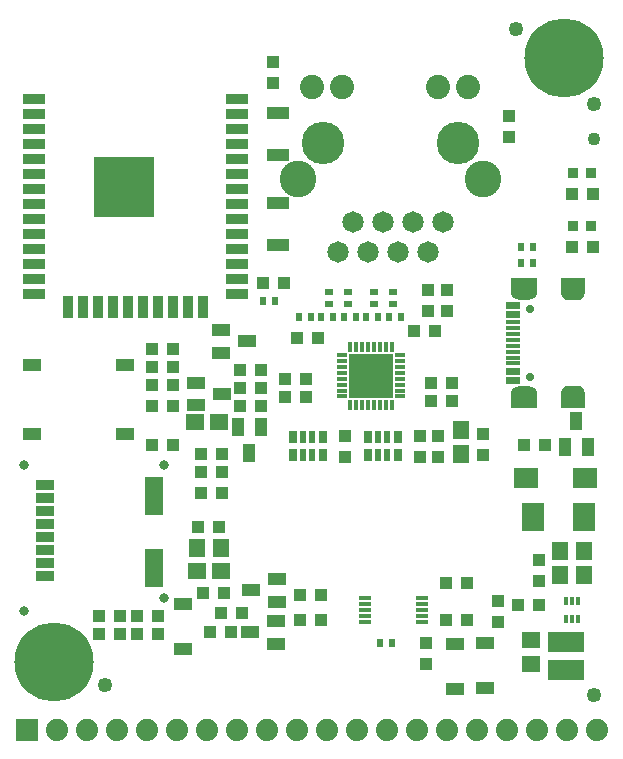
<source format=gbr>
%TF.GenerationSoftware,KiCad,Pcbnew,5.1.0-rc2-unknown-036be7d~80~ubuntu16.04.1*%
%TF.CreationDate,2024-05-15T09:47:00+03:00*%
%TF.ProjectId,ESP32-GATEWAY_Rev_H,45535033-322d-4474-9154-455741595f52,H*%
%TF.SameCoordinates,PX425f360PY7b4bf70*%
%TF.FileFunction,Soldermask,Top*%
%TF.FilePolarity,Negative*%
%FSLAX46Y46*%
G04 Gerber Fmt 4.6, Leading zero omitted, Abs format (unit mm)*
G04 Created by KiCad (PCBNEW 5.1.0-rc2-unknown-036be7d~80~ubuntu16.04.1) date 2024-05-15 09:47:00*
%MOMM*%
%LPD*%
G04 APERTURE LIST*
%ADD10R,3.701600X3.701600*%
%ADD11R,0.800000X0.800000*%
%ADD12R,1.822400X1.822400*%
%ADD13R,0.351600X0.901600*%
%ADD14R,0.901600X0.351600*%
%ADD15R,2.101600X1.201600*%
%ADD16R,2.301600X1.201600*%
%ADD17C,0.701600*%
%ADD18R,1.251600X0.351600*%
%ADD19O,2.301600X1.301600*%
%ADD20O,2.101600X1.401600*%
%ADD21R,1.251600X0.401600*%
%ADD22R,1.501600X1.101600*%
%ADD23R,1.117600X1.117600*%
%ADD24R,1.101600X0.351600*%
%ADD25C,2.101600*%
%ADD26R,5.101600X5.101600*%
%ADD27R,1.901600X0.901600*%
%ADD28R,0.901600X1.901600*%
%ADD29R,1.601600X3.201600*%
%ADD30C,0.800000*%
%ADD31R,1.601600X0.901600*%
%ADD32R,1.625600X1.371600*%
%ADD33R,1.101600X1.501600*%
%ADD34R,1.879600X2.387600*%
%ADD35R,0.901600X0.901600*%
%ADD36C,1.879600*%
%ADD37R,1.879600X1.879600*%
%ADD38R,1.371600X1.625600*%
%ADD39R,2.101600X1.801600*%
%ADD40R,1.879600X1.117600*%
%ADD41C,1.101600*%
%ADD42C,1.600000*%
%ADD43C,6.700000*%
%ADD44R,3.101600X1.701600*%
%ADD45R,0.482600X1.117600*%
%ADD46R,0.736600X1.117600*%
%ADD47R,1.625600X1.117600*%
%ADD48C,1.254000*%
%ADD49C,1.810000*%
%ADD50C,2.050000*%
%ADD51C,3.100000*%
%ADD52C,3.600000*%
%ADD53R,0.651600X0.601600*%
%ADD54R,0.601600X0.651600*%
%ADD55R,0.351600X0.801600*%
G04 APERTURE END LIST*
D10*
X30353000Y31242000D03*
D11*
X31653000Y31742000D03*
X31653000Y30742000D03*
X30853000Y29942000D03*
X29853000Y29942000D03*
X29053000Y30742000D03*
X29053000Y31742000D03*
X29853000Y32542000D03*
X30853000Y32542000D03*
D12*
X30353000Y31242000D03*
D13*
X28603000Y33692000D03*
X29103000Y33692000D03*
X29603000Y33692000D03*
X30103000Y33692000D03*
X30603000Y33692000D03*
X31103000Y33692000D03*
X31603000Y33692000D03*
X32103000Y33692000D03*
D14*
X32803000Y32992000D03*
X32803000Y32492000D03*
X32803000Y31992000D03*
X32803000Y31492000D03*
X32803000Y30992000D03*
X32803000Y30492000D03*
X32803000Y29992000D03*
X32803000Y29492000D03*
D13*
X32103000Y28792000D03*
X31603000Y28792000D03*
X31103000Y28792000D03*
X30603000Y28792000D03*
X30103000Y28792000D03*
X29603000Y28792000D03*
X29103000Y28792000D03*
X28603000Y28792000D03*
D14*
X27903000Y29492000D03*
X27903000Y29992000D03*
X27903000Y30492000D03*
X27903000Y30992000D03*
X27903000Y31492000D03*
X27903000Y31992000D03*
X27903000Y32492000D03*
X27903000Y32992000D03*
D15*
X47505000Y38963600D03*
D16*
X43325000Y38963600D03*
D15*
X47505000Y29108400D03*
D16*
X43325000Y29108400D03*
D17*
X43825000Y36926000D03*
D18*
X42423000Y32286000D03*
X42423000Y32786000D03*
X42423000Y33286000D03*
X42423000Y35786000D03*
X42423000Y34286000D03*
X42423000Y35286000D03*
X42423000Y34786000D03*
X42423000Y33786000D03*
D19*
X43325000Y38356000D03*
D20*
X47505000Y38356000D03*
X47505000Y29716000D03*
D17*
X43825000Y31146000D03*
D19*
X43325000Y29716000D03*
D21*
X42423000Y31761000D03*
X42423000Y36311000D03*
X42423000Y31511000D03*
X42423000Y36561000D03*
X42423000Y30961000D03*
X42423000Y37111000D03*
X42423000Y30711000D03*
X42423000Y37361000D03*
D22*
X40005000Y8631000D03*
X40005000Y4831000D03*
D23*
X42799000Y11811000D03*
X44577000Y11811000D03*
X35052000Y6858000D03*
X35052000Y8636000D03*
D24*
X29858000Y12430000D03*
X29858000Y11930000D03*
X29858000Y11430000D03*
X29858000Y10930000D03*
X29858000Y10430000D03*
X34658000Y10430000D03*
X34658000Y10930000D03*
X34658000Y11430000D03*
X34658000Y11930000D03*
X34658000Y12430000D03*
D25*
X9414000Y47203000D03*
D26*
X9414000Y47203000D03*
D27*
X19014000Y54713000D03*
X19014000Y53443000D03*
X19014000Y52173000D03*
X19014000Y50903000D03*
X19014000Y49633000D03*
X19014000Y48363000D03*
X19014000Y47093000D03*
X19014000Y45823000D03*
X19014000Y44553000D03*
X19014000Y43283000D03*
X19014000Y42013000D03*
X19014000Y40743000D03*
X19014000Y39473000D03*
X19014000Y38203000D03*
D28*
X16144000Y37103000D03*
X14874000Y37103000D03*
X13604000Y37103000D03*
X12334000Y37103000D03*
X11064000Y37103000D03*
X9794000Y37103000D03*
X8524000Y37103000D03*
X7254000Y37103000D03*
X5984000Y37103000D03*
X4714000Y37103000D03*
D27*
X1814000Y38203000D03*
X1814000Y39473000D03*
X1814000Y40743000D03*
X1814000Y42013000D03*
X1814000Y43283000D03*
X1814000Y44553000D03*
X1814000Y45823000D03*
X1814000Y47093000D03*
X1814000Y48363000D03*
X1814000Y49633000D03*
X1814000Y50903000D03*
X1814000Y52173000D03*
X1814000Y53443000D03*
X1814000Y54713000D03*
D23*
X16129000Y12827000D03*
X17907000Y12827000D03*
D29*
X11981000Y15011000D03*
X11981000Y21071000D03*
D30*
X1011000Y23701000D03*
X12811000Y23701000D03*
X12811000Y12431000D03*
X1011000Y11341000D03*
D31*
X2731000Y22011000D03*
X2731000Y20911000D03*
X2731000Y19811000D03*
X2731000Y18711000D03*
X2731000Y17611000D03*
X2731000Y16511000D03*
X2731000Y15411000D03*
X2731000Y14311000D03*
D23*
X19304000Y31750000D03*
X21082000Y31750000D03*
D32*
X15494000Y27305000D03*
X17526000Y27305000D03*
D23*
X21081999Y30226000D03*
X19303999Y30226000D03*
D22*
X17688560Y35112960D03*
X17688560Y33210500D03*
X19898360Y34165540D03*
D23*
X21081999Y28702000D03*
X19303999Y28702000D03*
D33*
X21015960Y26888440D03*
X19113500Y26888440D03*
X20068540Y24678640D03*
D34*
X44051000Y19304000D03*
X48405000Y19304000D03*
D23*
X16002000Y24638000D03*
X17780000Y24638000D03*
X10541000Y9398000D03*
X12319000Y9398000D03*
X49149000Y46609000D03*
X47371000Y46609000D03*
D35*
X49022000Y48387000D03*
X47498000Y48387000D03*
D36*
X8890000Y1270000D03*
X6350000Y1270000D03*
X3810000Y1270000D03*
D37*
X1270000Y1270000D03*
D36*
X11430000Y1270000D03*
X13970000Y1270000D03*
X19050000Y1270000D03*
X16510000Y1270000D03*
X21590000Y1270000D03*
X24130000Y1270000D03*
X29210000Y1270000D03*
X26670000Y1270000D03*
X31750000Y1270000D03*
X34290000Y1270000D03*
X39370000Y1270000D03*
X36830000Y1270000D03*
X46990000Y1270000D03*
X49530000Y1270000D03*
X44450000Y1270000D03*
X41910000Y1270000D03*
D23*
X16764000Y9525000D03*
X18542000Y9525000D03*
D38*
X46355000Y14351000D03*
X48387000Y14351000D03*
X46355000Y16383000D03*
X48387000Y16383000D03*
D23*
X44577000Y15621000D03*
X44577000Y13843000D03*
X47371000Y42164000D03*
X49149000Y42164000D03*
X13589000Y30480000D03*
X11811000Y30480000D03*
X11811000Y32004000D03*
X13589000Y32004000D03*
X24384000Y10541000D03*
X26162000Y10541000D03*
X43307000Y25400000D03*
X45085000Y25400000D03*
D39*
X48474000Y22606000D03*
X43474000Y22606000D03*
D23*
X38481000Y13716000D03*
X36703000Y13716000D03*
X38481000Y10541000D03*
X36703000Y10541000D03*
D40*
X22479000Y53467000D03*
X22479000Y49911000D03*
X22479000Y42291000D03*
X22479000Y45847000D03*
D23*
X15748000Y18415000D03*
X17526000Y18415000D03*
X24384000Y12700000D03*
X26162000Y12700000D03*
X41148000Y10414000D03*
X41148000Y12192000D03*
X37211000Y29083000D03*
X35433000Y29083000D03*
X42037000Y51435000D03*
X42037000Y53213000D03*
X22098000Y57785000D03*
X22098000Y56007000D03*
X11811000Y28702000D03*
X13589000Y28702000D03*
X11811000Y25400000D03*
X13589000Y25400000D03*
X13589000Y33528000D03*
X11811000Y33528000D03*
D35*
X49022000Y43942000D03*
X47498000Y43942000D03*
D41*
X49276000Y51308000D03*
D23*
X35433000Y30607000D03*
X37211000Y30607000D03*
X23114000Y30988000D03*
X24892000Y30988000D03*
X23114000Y29464000D03*
X24892000Y29464000D03*
X24130000Y34417000D03*
X25908000Y34417000D03*
X35814000Y35052000D03*
X34036000Y35052000D03*
X28194000Y24384000D03*
X28194000Y26162000D03*
X39878000Y24511000D03*
X39878000Y26289000D03*
X36830000Y36703000D03*
X36830000Y38481000D03*
D38*
X17653000Y16637000D03*
X15621000Y16637000D03*
D23*
X34544000Y26162000D03*
X34544000Y24384000D03*
X36068000Y26162000D03*
X36068000Y24384000D03*
D32*
X43942000Y8890000D03*
X43942000Y6858000D03*
D42*
X1143000Y6985000D03*
X5969000Y6985000D03*
X5207000Y5334000D03*
X1905000Y5207000D03*
X5207000Y8636000D03*
X1905000Y8636000D03*
X3556000Y4572000D03*
X3556000Y9398000D03*
D43*
X3556000Y6985000D03*
D42*
X44323000Y58166000D03*
X49149000Y58166000D03*
X48387000Y56515000D03*
X45085000Y56388000D03*
X48387000Y59817000D03*
X45085000Y59817000D03*
X46736000Y55753000D03*
X46736000Y60579000D03*
D43*
X46736000Y58166000D03*
D32*
X17653000Y14732000D03*
X15621000Y14732000D03*
D22*
X22316440Y8575040D03*
X22316440Y10477500D03*
X20106640Y9522460D03*
X22443440Y12131040D03*
X22443440Y14033500D03*
X20233640Y13078460D03*
D44*
X46863000Y6293000D03*
X46863000Y8693000D03*
D33*
X46802040Y25181560D03*
X48704500Y25181560D03*
X47749460Y27391360D03*
D38*
X37973000Y24638000D03*
X37973000Y26670000D03*
D45*
X30988000Y26035000D03*
X31750000Y26035000D03*
X30988000Y24511000D03*
X31750000Y24511000D03*
D46*
X30099000Y26035000D03*
X30099000Y24511000D03*
X32639000Y26035000D03*
X32639000Y24511000D03*
D45*
X25400000Y24511000D03*
X24638000Y24511000D03*
X25400000Y26035000D03*
X24638000Y26035000D03*
D46*
X26289000Y24511000D03*
X26289000Y26035000D03*
X23749000Y24511000D03*
X23749000Y26035000D03*
D47*
X1651000Y26289000D03*
X9525000Y26289000D03*
X1651000Y32131000D03*
X9525000Y32131000D03*
D23*
X17780000Y21336000D03*
X16002000Y21336000D03*
X10541000Y10922000D03*
X12319000Y10922000D03*
X7366000Y10922000D03*
X9144000Y10922000D03*
X7366000Y9398000D03*
X9144000Y9398000D03*
X16002000Y23114000D03*
X17780000Y23114000D03*
D22*
X17737000Y29718000D03*
X15537000Y28768000D03*
X15537000Y30668000D03*
X37465000Y4704000D03*
X37465000Y8504000D03*
D48*
X7874000Y5080000D03*
X49276000Y54229000D03*
D23*
X35179000Y38481000D03*
X35179000Y36703000D03*
X17653000Y11176000D03*
X19431000Y11176000D03*
D49*
X36459000Y44227000D03*
X35189000Y41687000D03*
X33919000Y44227000D03*
X32649000Y41687000D03*
X31379000Y44227000D03*
X30109000Y41687000D03*
X28839000Y44227000D03*
X27569000Y41687000D03*
D50*
X27934000Y55675500D03*
X38614000Y55675500D03*
D51*
X39804000Y47877000D03*
X24204000Y47877000D03*
D50*
X25394000Y55675500D03*
X36074000Y55675500D03*
D52*
X37719000Y50927000D03*
X26289000Y50927000D03*
D23*
X21209000Y39116000D03*
X22987000Y39116000D03*
D22*
X14478000Y11933000D03*
X14478000Y8133000D03*
D53*
X28448000Y38354000D03*
X28448000Y37338000D03*
X26797000Y37338000D03*
X26797000Y38354000D03*
X32258000Y38354000D03*
X32258000Y37338000D03*
X30607000Y37338000D03*
X30607000Y38354000D03*
D48*
X42672000Y60579000D03*
X49276000Y4191000D03*
D54*
X26162000Y36195000D03*
X27178000Y36195000D03*
X32893000Y36195000D03*
X31877000Y36195000D03*
X29972000Y36195000D03*
X30988000Y36195000D03*
X29083000Y36195000D03*
X28067000Y36195000D03*
X21209000Y37592000D03*
X22225000Y37592000D03*
X25273000Y36195000D03*
X24257000Y36195000D03*
D55*
X46871000Y10680000D03*
X47371000Y10680000D03*
X47871000Y10680000D03*
X47871000Y12180000D03*
X47371000Y12180000D03*
X46871000Y12180000D03*
D54*
X43053000Y40767000D03*
X44069000Y40767000D03*
X44069000Y42164000D03*
X43053000Y42164000D03*
X31115000Y8636000D03*
X32131000Y8636000D03*
M02*

</source>
